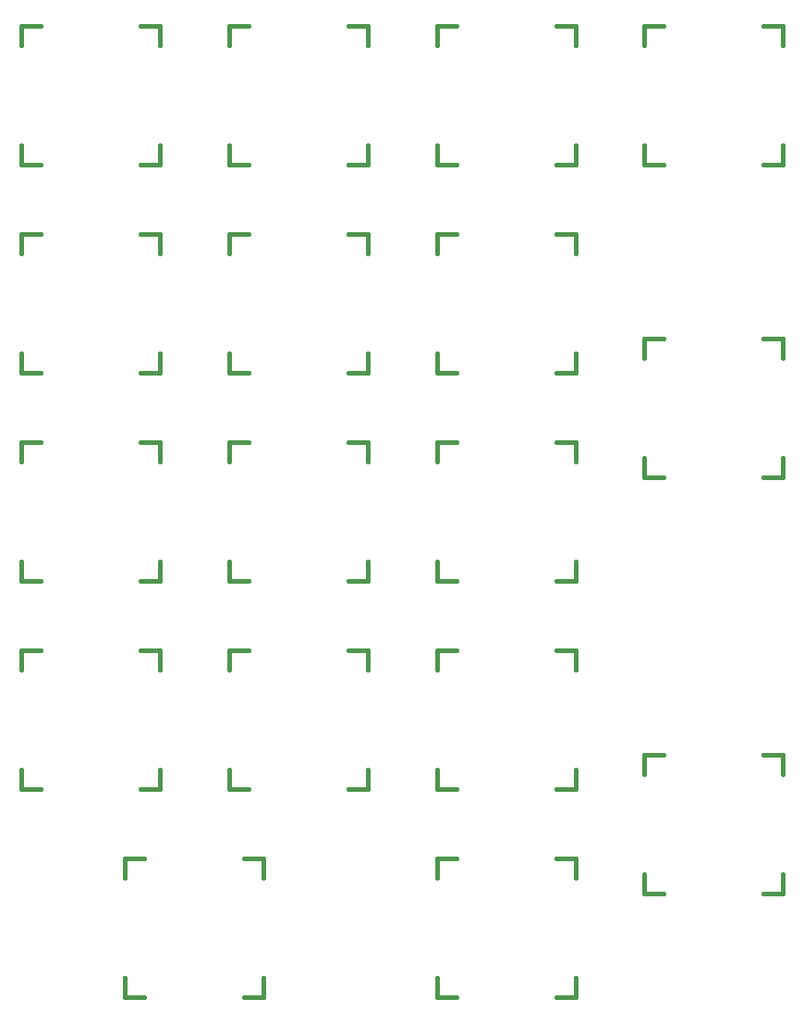
<source format=gto>
G04 #@! TF.GenerationSoftware,KiCad,Pcbnew,(5.1.5)-3*
G04 #@! TF.CreationDate,2020-06-24T14:41:19-07:00*
G04 #@! TF.ProjectId,numpad,6e756d70-6164-42e6-9b69-6361645f7063,rev?*
G04 #@! TF.SameCoordinates,Original*
G04 #@! TF.FileFunction,Legend,Top*
G04 #@! TF.FilePolarity,Positive*
%FSLAX46Y46*%
G04 Gerber Fmt 4.6, Leading zero omitted, Abs format (unit mm)*
G04 Created by KiCad (PCBNEW (5.1.5)-3) date 2020-06-24 14:41:19*
%MOMM*%
%LPD*%
G04 APERTURE LIST*
%ADD10C,0.381000*%
G04 APERTURE END LIST*
D10*
X162101250Y-121463200D02*
X162101250Y-119685200D01*
X162101250Y-132385200D02*
X162101250Y-130607200D01*
X163879250Y-132385200D02*
X162101250Y-132385200D01*
X174801250Y-132385200D02*
X173023250Y-132385200D01*
X174801250Y-130607200D02*
X174801250Y-132385200D01*
X174801250Y-119685200D02*
X174801250Y-121463200D01*
X173023250Y-119685200D02*
X174801250Y-119685200D01*
X162101250Y-119685200D02*
X163879250Y-119685200D01*
X143087500Y-130990500D02*
X143087500Y-129212500D01*
X143087500Y-141912500D02*
X143087500Y-140134500D01*
X144865500Y-141912500D02*
X143087500Y-141912500D01*
X155787500Y-141912500D02*
X154009500Y-141912500D01*
X155787500Y-140134500D02*
X155787500Y-141912500D01*
X155787500Y-129212500D02*
X155787500Y-130990500D01*
X154009500Y-129212500D02*
X155787500Y-129212500D01*
X143087500Y-129212500D02*
X144865500Y-129212500D01*
X114540600Y-130990500D02*
X114540600Y-129212500D01*
X114540600Y-141912500D02*
X114540600Y-140134500D01*
X116318600Y-141912500D02*
X114540600Y-141912500D01*
X127240600Y-141912500D02*
X125462600Y-141912500D01*
X127240600Y-140134500D02*
X127240600Y-141912500D01*
X127240600Y-129212500D02*
X127240600Y-130990500D01*
X125462600Y-129212500D02*
X127240600Y-129212500D01*
X114540600Y-129212500D02*
X116318600Y-129212500D01*
X143087500Y-111935811D02*
X143087500Y-110157811D01*
X143087500Y-122857811D02*
X143087500Y-121079811D01*
X144865500Y-122857811D02*
X143087500Y-122857811D01*
X155787500Y-122857811D02*
X154009500Y-122857811D01*
X155787500Y-121079811D02*
X155787500Y-122857811D01*
X155787500Y-110157811D02*
X155787500Y-111935811D01*
X154009500Y-110157811D02*
X155787500Y-110157811D01*
X143087500Y-110157811D02*
X144865500Y-110157811D01*
X124056250Y-111935811D02*
X124056250Y-110157811D01*
X124056250Y-122857811D02*
X124056250Y-121079811D01*
X125834250Y-122857811D02*
X124056250Y-122857811D01*
X136756250Y-122857811D02*
X134978250Y-122857811D01*
X136756250Y-121079811D02*
X136756250Y-122857811D01*
X136756250Y-110157811D02*
X136756250Y-111935811D01*
X134978250Y-110157811D02*
X136756250Y-110157811D01*
X124056250Y-110157811D02*
X125834250Y-110157811D01*
X105025000Y-111935811D02*
X105025000Y-110157811D01*
X105025000Y-122857811D02*
X105025000Y-121079811D01*
X106803000Y-122857811D02*
X105025000Y-122857811D01*
X117725000Y-122857811D02*
X115947000Y-122857811D01*
X117725000Y-121079811D02*
X117725000Y-122857811D01*
X117725000Y-110157811D02*
X117725000Y-111935811D01*
X115947000Y-110157811D02*
X117725000Y-110157811D01*
X105025000Y-110157811D02*
X106803000Y-110157811D01*
X143087500Y-92881124D02*
X143087500Y-91103124D01*
X143087500Y-103803124D02*
X143087500Y-102025124D01*
X144865500Y-103803124D02*
X143087500Y-103803124D01*
X155787500Y-103803124D02*
X154009500Y-103803124D01*
X155787500Y-102025124D02*
X155787500Y-103803124D01*
X155787500Y-91103124D02*
X155787500Y-92881124D01*
X154009500Y-91103124D02*
X155787500Y-91103124D01*
X143087500Y-91103124D02*
X144865500Y-91103124D01*
X124056250Y-92881124D02*
X124056250Y-91103124D01*
X124056250Y-103803124D02*
X124056250Y-102025124D01*
X125834250Y-103803124D02*
X124056250Y-103803124D01*
X136756250Y-103803124D02*
X134978250Y-103803124D01*
X136756250Y-102025124D02*
X136756250Y-103803124D01*
X136756250Y-91103124D02*
X136756250Y-92881124D01*
X134978250Y-91103124D02*
X136756250Y-91103124D01*
X124056250Y-91103124D02*
X125834250Y-91103124D01*
X105025000Y-92881124D02*
X105025000Y-91103124D01*
X105025000Y-103803124D02*
X105025000Y-102025124D01*
X106803000Y-103803124D02*
X105025000Y-103803124D01*
X117725000Y-103803124D02*
X115947000Y-103803124D01*
X117725000Y-102025124D02*
X117725000Y-103803124D01*
X117725000Y-91103124D02*
X117725000Y-92881124D01*
X115947000Y-91103124D02*
X117725000Y-91103124D01*
X105025000Y-91103124D02*
X106803000Y-91103124D01*
X162101250Y-83353800D02*
X162101250Y-81575800D01*
X162101250Y-94275800D02*
X162101250Y-92497800D01*
X163879250Y-94275800D02*
X162101250Y-94275800D01*
X174801250Y-94275800D02*
X173023250Y-94275800D01*
X174801250Y-92497800D02*
X174801250Y-94275800D01*
X174801250Y-81575800D02*
X174801250Y-83353800D01*
X173023250Y-81575800D02*
X174801250Y-81575800D01*
X162101250Y-81575800D02*
X163879250Y-81575800D01*
X143087500Y-73826437D02*
X143087500Y-72048437D01*
X143087500Y-84748437D02*
X143087500Y-82970437D01*
X144865500Y-84748437D02*
X143087500Y-84748437D01*
X155787500Y-84748437D02*
X154009500Y-84748437D01*
X155787500Y-82970437D02*
X155787500Y-84748437D01*
X155787500Y-72048437D02*
X155787500Y-73826437D01*
X154009500Y-72048437D02*
X155787500Y-72048437D01*
X143087500Y-72048437D02*
X144865500Y-72048437D01*
X124056250Y-73826437D02*
X124056250Y-72048437D01*
X124056250Y-84748437D02*
X124056250Y-82970437D01*
X125834250Y-84748437D02*
X124056250Y-84748437D01*
X136756250Y-84748437D02*
X134978250Y-84748437D01*
X136756250Y-82970437D02*
X136756250Y-84748437D01*
X136756250Y-72048437D02*
X136756250Y-73826437D01*
X134978250Y-72048437D02*
X136756250Y-72048437D01*
X124056250Y-72048437D02*
X125834250Y-72048437D01*
X105025000Y-73826437D02*
X105025000Y-72048437D01*
X105025000Y-84748437D02*
X105025000Y-82970437D01*
X106803000Y-84748437D02*
X105025000Y-84748437D01*
X117725000Y-84748437D02*
X115947000Y-84748437D01*
X117725000Y-82970437D02*
X117725000Y-84748437D01*
X117725000Y-72048437D02*
X117725000Y-73826437D01*
X115947000Y-72048437D02*
X117725000Y-72048437D01*
X105025000Y-72048437D02*
X106803000Y-72048437D01*
X162101250Y-54771750D02*
X162101250Y-52993750D01*
X162101250Y-65693750D02*
X162101250Y-63915750D01*
X163879250Y-65693750D02*
X162101250Y-65693750D01*
X174801250Y-65693750D02*
X173023250Y-65693750D01*
X174801250Y-63915750D02*
X174801250Y-65693750D01*
X174801250Y-52993750D02*
X174801250Y-54771750D01*
X173023250Y-52993750D02*
X174801250Y-52993750D01*
X162101250Y-52993750D02*
X163879250Y-52993750D01*
X143087500Y-54771750D02*
X143087500Y-52993750D01*
X143087500Y-65693750D02*
X143087500Y-63915750D01*
X144865500Y-65693750D02*
X143087500Y-65693750D01*
X155787500Y-65693750D02*
X154009500Y-65693750D01*
X155787500Y-63915750D02*
X155787500Y-65693750D01*
X155787500Y-52993750D02*
X155787500Y-54771750D01*
X154009500Y-52993750D02*
X155787500Y-52993750D01*
X143087500Y-52993750D02*
X144865500Y-52993750D01*
X105025000Y-54771750D02*
X105025000Y-52993750D01*
X105025000Y-65693750D02*
X105025000Y-63915750D01*
X106803000Y-65693750D02*
X105025000Y-65693750D01*
X117725000Y-65693750D02*
X115947000Y-65693750D01*
X117725000Y-63915750D02*
X117725000Y-65693750D01*
X117725000Y-52993750D02*
X117725000Y-54771750D01*
X115947000Y-52993750D02*
X117725000Y-52993750D01*
X105025000Y-52993750D02*
X106803000Y-52993750D01*
X124056250Y-54771750D02*
X124056250Y-52993750D01*
X124056250Y-65693750D02*
X124056250Y-63915750D01*
X125834250Y-65693750D02*
X124056250Y-65693750D01*
X136756250Y-65693750D02*
X134978250Y-65693750D01*
X136756250Y-63915750D02*
X136756250Y-65693750D01*
X136756250Y-52993750D02*
X136756250Y-54771750D01*
X134978250Y-52993750D02*
X136756250Y-52993750D01*
X124056250Y-52993750D02*
X125834250Y-52993750D01*
M02*

</source>
